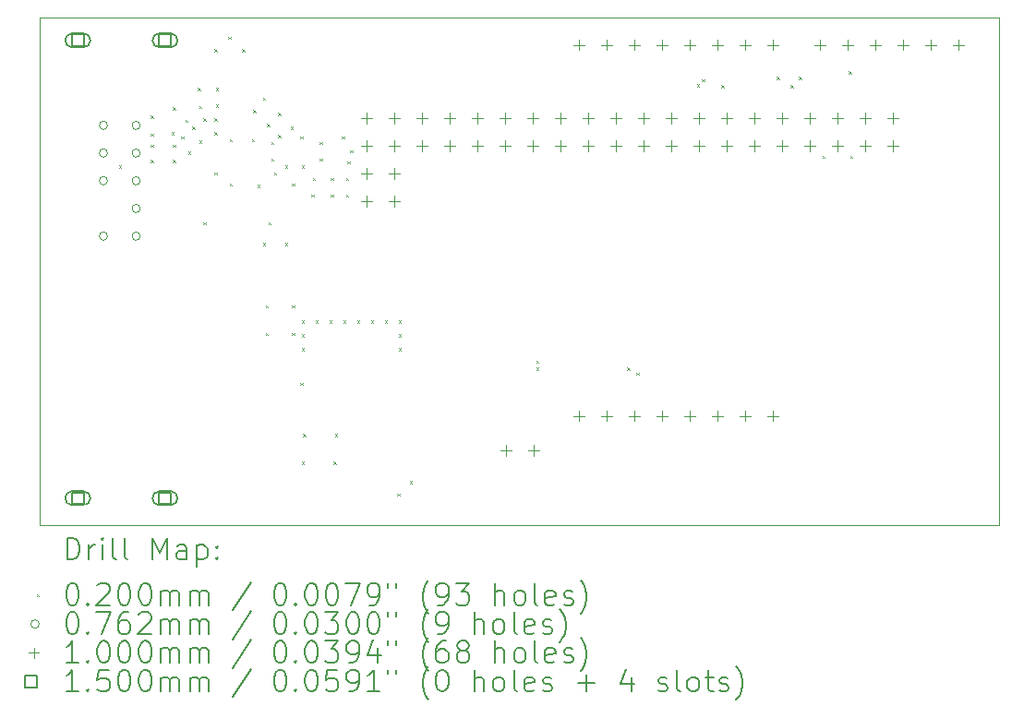
<source format=gbr>
%FSLAX45Y45*%
G04 Gerber Fmt 4.5, Leading zero omitted, Abs format (unit mm)*
G04 Created by KiCad (PCBNEW (6.0.4-0)) date 2022-10-27 23:32:21*
%MOMM*%
%LPD*%
G01*
G04 APERTURE LIST*
%TA.AperFunction,Profile*%
%ADD10C,0.100000*%
%TD*%
%ADD11C,0.200000*%
%ADD12C,0.020000*%
%ADD13C,0.076200*%
%ADD14C,0.100000*%
%ADD15C,0.150000*%
G04 APERTURE END LIST*
D10*
X9993920Y-1270000D02*
X18790920Y-1270000D01*
X18790920Y-1270000D02*
X18790920Y-5929000D01*
X18790920Y-5929000D02*
X9993920Y-5929000D01*
X9993920Y-5929000D02*
X9993920Y-1270000D01*
D11*
D12*
X10721500Y-2631600D02*
X10741500Y-2651600D01*
X10741500Y-2631600D02*
X10721500Y-2651600D01*
X11013600Y-2174400D02*
X11033600Y-2194400D01*
X11033600Y-2174400D02*
X11013600Y-2194400D01*
X11013600Y-2339500D02*
X11033600Y-2359500D01*
X11033600Y-2339500D02*
X11013600Y-2359500D01*
X11013600Y-2441100D02*
X11033600Y-2461100D01*
X11033600Y-2441100D02*
X11013600Y-2461100D01*
X11013600Y-2580800D02*
X11033600Y-2600800D01*
X11033600Y-2580800D02*
X11013600Y-2600800D01*
X11204100Y-2326800D02*
X11224100Y-2346800D01*
X11224100Y-2326800D02*
X11204100Y-2346800D01*
X11216800Y-2098200D02*
X11236800Y-2118200D01*
X11236800Y-2098200D02*
X11216800Y-2118200D01*
X11216800Y-2441100D02*
X11236800Y-2461100D01*
X11236800Y-2441100D02*
X11216800Y-2461100D01*
X11216800Y-2580800D02*
X11236800Y-2600800D01*
X11236800Y-2580800D02*
X11216800Y-2600800D01*
X11293000Y-2364900D02*
X11313000Y-2384900D01*
X11313000Y-2364900D02*
X11293000Y-2384900D01*
X11331100Y-2212500D02*
X11351100Y-2232500D01*
X11351100Y-2212500D02*
X11331100Y-2232500D01*
X11356500Y-2504600D02*
X11376500Y-2524600D01*
X11376500Y-2504600D02*
X11356500Y-2524600D01*
X11394600Y-2276000D02*
X11414600Y-2296000D01*
X11414600Y-2276000D02*
X11394600Y-2296000D01*
X11445400Y-1920400D02*
X11465400Y-1940400D01*
X11465400Y-1920400D02*
X11445400Y-1940400D01*
X11458100Y-2085500D02*
X11478100Y-2105500D01*
X11478100Y-2085500D02*
X11458100Y-2105500D01*
X11458100Y-2403000D02*
X11478100Y-2423000D01*
X11478100Y-2403000D02*
X11458100Y-2423000D01*
X11496200Y-2199800D02*
X11516200Y-2219800D01*
X11516200Y-2199800D02*
X11496200Y-2219800D01*
X11496200Y-3152300D02*
X11516200Y-3172300D01*
X11516200Y-3152300D02*
X11496200Y-3172300D01*
X11597800Y-1564800D02*
X11617800Y-1584800D01*
X11617800Y-1564800D02*
X11597800Y-1584800D01*
X11597800Y-2199800D02*
X11617800Y-2219800D01*
X11617800Y-2199800D02*
X11597800Y-2219800D01*
X11597800Y-2326800D02*
X11617800Y-2346800D01*
X11617800Y-2326800D02*
X11597800Y-2346800D01*
X11597800Y-2695100D02*
X11617800Y-2715100D01*
X11617800Y-2695100D02*
X11597800Y-2715100D01*
X11610500Y-1920400D02*
X11630500Y-1940400D01*
X11630500Y-1920400D02*
X11610500Y-1940400D01*
X11610500Y-2072800D02*
X11630500Y-2092800D01*
X11630500Y-2072800D02*
X11610500Y-2092800D01*
X11724800Y-1450500D02*
X11744800Y-1470500D01*
X11744800Y-1450500D02*
X11724800Y-1470500D01*
X11737500Y-2390300D02*
X11757500Y-2410300D01*
X11757500Y-2390300D02*
X11737500Y-2410300D01*
X11737500Y-2796700D02*
X11757500Y-2816700D01*
X11757500Y-2796700D02*
X11737500Y-2816700D01*
X11851800Y-1564800D02*
X11871800Y-1584800D01*
X11871800Y-1564800D02*
X11851800Y-1584800D01*
X11940700Y-2390300D02*
X11960700Y-2410300D01*
X11960700Y-2390300D02*
X11940700Y-2410300D01*
X11953400Y-2123600D02*
X11973400Y-2143600D01*
X11973400Y-2123600D02*
X11953400Y-2143600D01*
X11991500Y-2809400D02*
X12011500Y-2829400D01*
X12011500Y-2809400D02*
X11991500Y-2829400D01*
X12042300Y-2009300D02*
X12062300Y-2029300D01*
X12062300Y-2009300D02*
X12042300Y-2029300D01*
X12042300Y-3342800D02*
X12062300Y-3362800D01*
X12062300Y-3342800D02*
X12042300Y-3362800D01*
X12067700Y-3914300D02*
X12087700Y-3934300D01*
X12087700Y-3914300D02*
X12067700Y-3934300D01*
X12067700Y-4168300D02*
X12087700Y-4188300D01*
X12087700Y-4168300D02*
X12067700Y-4188300D01*
X12080400Y-2250600D02*
X12100400Y-2270600D01*
X12100400Y-2250600D02*
X12080400Y-2270600D01*
X12093100Y-3152300D02*
X12113100Y-3172300D01*
X12113100Y-3152300D02*
X12093100Y-3172300D01*
X12118500Y-2415700D02*
X12138500Y-2435700D01*
X12138500Y-2415700D02*
X12118500Y-2435700D01*
X12118500Y-2568100D02*
X12138500Y-2588100D01*
X12138500Y-2568100D02*
X12118500Y-2588100D01*
X12143900Y-2695100D02*
X12163900Y-2715100D01*
X12163900Y-2695100D02*
X12143900Y-2715100D01*
X12182000Y-2149000D02*
X12202000Y-2169000D01*
X12202000Y-2149000D02*
X12182000Y-2169000D01*
X12182000Y-2352200D02*
X12202000Y-2372200D01*
X12202000Y-2352200D02*
X12182000Y-2372200D01*
X12245500Y-2631600D02*
X12265500Y-2651600D01*
X12265500Y-2631600D02*
X12245500Y-2651600D01*
X12245500Y-3342800D02*
X12265500Y-3362800D01*
X12265500Y-3342800D02*
X12245500Y-3362800D01*
X12296300Y-2276000D02*
X12316300Y-2296000D01*
X12316300Y-2276000D02*
X12296300Y-2296000D01*
X12309000Y-2796700D02*
X12329000Y-2816700D01*
X12329000Y-2796700D02*
X12309000Y-2816700D01*
X12309000Y-3914300D02*
X12329000Y-3934300D01*
X12329000Y-3914300D02*
X12309000Y-3934300D01*
X12309000Y-4168300D02*
X12329000Y-4188300D01*
X12329000Y-4168300D02*
X12309000Y-4188300D01*
X12385200Y-2364900D02*
X12405200Y-2384900D01*
X12405200Y-2364900D02*
X12385200Y-2384900D01*
X12385200Y-4625500D02*
X12405200Y-4645500D01*
X12405200Y-4625500D02*
X12385200Y-4645500D01*
X12397900Y-2631600D02*
X12417900Y-2651600D01*
X12417900Y-2631600D02*
X12397900Y-2651600D01*
X12397900Y-4054000D02*
X12417900Y-4074000D01*
X12417900Y-4054000D02*
X12397900Y-4074000D01*
X12397900Y-4181000D02*
X12417900Y-4201000D01*
X12417900Y-4181000D02*
X12397900Y-4201000D01*
X12397900Y-4308000D02*
X12417900Y-4328000D01*
X12417900Y-4308000D02*
X12397900Y-4328000D01*
X12397900Y-5349400D02*
X12417900Y-5369400D01*
X12417900Y-5349400D02*
X12397900Y-5369400D01*
X12410600Y-5095400D02*
X12430600Y-5115400D01*
X12430600Y-5095400D02*
X12410600Y-5115400D01*
X12486800Y-2898300D02*
X12506800Y-2918300D01*
X12506800Y-2898300D02*
X12486800Y-2918300D01*
X12499500Y-2745900D02*
X12519500Y-2765900D01*
X12519500Y-2745900D02*
X12499500Y-2765900D01*
X12524900Y-4054000D02*
X12544900Y-4074000D01*
X12544900Y-4054000D02*
X12524900Y-4074000D01*
X12563000Y-2415700D02*
X12583000Y-2435700D01*
X12583000Y-2415700D02*
X12563000Y-2435700D01*
X12563000Y-2568100D02*
X12583000Y-2588100D01*
X12583000Y-2568100D02*
X12563000Y-2588100D01*
X12651900Y-4054000D02*
X12671900Y-4074000D01*
X12671900Y-4054000D02*
X12651900Y-4074000D01*
X12664600Y-2745900D02*
X12684600Y-2765900D01*
X12684600Y-2745900D02*
X12664600Y-2765900D01*
X12664600Y-2898300D02*
X12684600Y-2918300D01*
X12684600Y-2898300D02*
X12664600Y-2918300D01*
X12690000Y-5349400D02*
X12710000Y-5369400D01*
X12710000Y-5349400D02*
X12690000Y-5369400D01*
X12702700Y-5095400D02*
X12722700Y-5115400D01*
X12722700Y-5095400D02*
X12702700Y-5115400D01*
X12766200Y-2364900D02*
X12786200Y-2384900D01*
X12786200Y-2364900D02*
X12766200Y-2384900D01*
X12778900Y-4054000D02*
X12798900Y-4074000D01*
X12798900Y-4054000D02*
X12778900Y-4074000D01*
X12804300Y-2745900D02*
X12824300Y-2765900D01*
X12824300Y-2745900D02*
X12804300Y-2765900D01*
X12804300Y-2898300D02*
X12824300Y-2918300D01*
X12824300Y-2898300D02*
X12804300Y-2918300D01*
X12817000Y-2593500D02*
X12837000Y-2613500D01*
X12837000Y-2593500D02*
X12817000Y-2613500D01*
X12842400Y-2491900D02*
X12862400Y-2511900D01*
X12862400Y-2491900D02*
X12842400Y-2511900D01*
X12905900Y-4054000D02*
X12925900Y-4074000D01*
X12925900Y-4054000D02*
X12905900Y-4074000D01*
X13032900Y-4054000D02*
X13052900Y-4074000D01*
X13052900Y-4054000D02*
X13032900Y-4074000D01*
X13159900Y-4054000D02*
X13179900Y-4074000D01*
X13179900Y-4054000D02*
X13159900Y-4074000D01*
X13274200Y-5641500D02*
X13294200Y-5661500D01*
X13294200Y-5641500D02*
X13274200Y-5661500D01*
X13286900Y-4054000D02*
X13306900Y-4074000D01*
X13306900Y-4054000D02*
X13286900Y-4074000D01*
X13286900Y-4181000D02*
X13306900Y-4201000D01*
X13306900Y-4181000D02*
X13286900Y-4201000D01*
X13286900Y-4308000D02*
X13306900Y-4328000D01*
X13306900Y-4308000D02*
X13286900Y-4328000D01*
X13388500Y-5527200D02*
X13408500Y-5547200D01*
X13408500Y-5527200D02*
X13388500Y-5547200D01*
X14546257Y-4421224D02*
X14566257Y-4441224D01*
X14566257Y-4421224D02*
X14546257Y-4441224D01*
X14546257Y-4486224D02*
X14566257Y-4506224D01*
X14566257Y-4486224D02*
X14546257Y-4506224D01*
X15382400Y-4486224D02*
X15402400Y-4506224D01*
X15402400Y-4486224D02*
X15382400Y-4506224D01*
X15466216Y-4531110D02*
X15486216Y-4551110D01*
X15486216Y-4531110D02*
X15466216Y-4551110D01*
X16019819Y-1885482D02*
X16039819Y-1905482D01*
X16039819Y-1885482D02*
X16019819Y-1905482D01*
X16065781Y-1839520D02*
X16085781Y-1859520D01*
X16085781Y-1839520D02*
X16065781Y-1859520D01*
X16246000Y-1895000D02*
X16266000Y-1915000D01*
X16266000Y-1895000D02*
X16246000Y-1915000D01*
X16754000Y-1818800D02*
X16774000Y-1838800D01*
X16774000Y-1818800D02*
X16754000Y-1838800D01*
X16881000Y-1895000D02*
X16901000Y-1915000D01*
X16901000Y-1895000D02*
X16881000Y-1915000D01*
X16957200Y-1818800D02*
X16977200Y-1838800D01*
X16977200Y-1818800D02*
X16957200Y-1838800D01*
X17173100Y-2542700D02*
X17193100Y-2562700D01*
X17193100Y-2542700D02*
X17173100Y-2562700D01*
X17414400Y-1768000D02*
X17434400Y-1788000D01*
X17434400Y-1768000D02*
X17414400Y-1788000D01*
X17427100Y-2542700D02*
X17447100Y-2562700D01*
X17447100Y-2542700D02*
X17427100Y-2562700D01*
D13*
X10616100Y-2263000D02*
G75*
G03*
X10616100Y-2263000I-38100J0D01*
G01*
X10616100Y-2517000D02*
G75*
G03*
X10616100Y-2517000I-38100J0D01*
G01*
X10616100Y-2771000D02*
G75*
G03*
X10616100Y-2771000I-38100J0D01*
G01*
X10616100Y-3279000D02*
G75*
G03*
X10616100Y-3279000I-38100J0D01*
G01*
X10916100Y-2263000D02*
G75*
G03*
X10916100Y-2263000I-38100J0D01*
G01*
X10916100Y-2517000D02*
G75*
G03*
X10916100Y-2517000I-38100J0D01*
G01*
X10916100Y-2771000D02*
G75*
G03*
X10916100Y-2771000I-38100J0D01*
G01*
X10916100Y-3025000D02*
G75*
G03*
X10916100Y-3025000I-38100J0D01*
G01*
X10916100Y-3279000D02*
G75*
G03*
X10916100Y-3279000I-38100J0D01*
G01*
D14*
X12990100Y-2149100D02*
X12990100Y-2249100D01*
X12940100Y-2199100D02*
X13040100Y-2199100D01*
X12990100Y-2403100D02*
X12990100Y-2503100D01*
X12940100Y-2453100D02*
X13040100Y-2453100D01*
X12990100Y-2657100D02*
X12990100Y-2757100D01*
X12940100Y-2707100D02*
X13040100Y-2707100D01*
X12990100Y-2911100D02*
X12990100Y-3011100D01*
X12940100Y-2961100D02*
X13040100Y-2961100D01*
X13244100Y-2149100D02*
X13244100Y-2249100D01*
X13194100Y-2199100D02*
X13294100Y-2199100D01*
X13244100Y-2403100D02*
X13244100Y-2503100D01*
X13194100Y-2453100D02*
X13294100Y-2453100D01*
X13244100Y-2657100D02*
X13244100Y-2757100D01*
X13194100Y-2707100D02*
X13294100Y-2707100D01*
X13244100Y-2911100D02*
X13244100Y-3011100D01*
X13194100Y-2961100D02*
X13294100Y-2961100D01*
X13498100Y-2149100D02*
X13498100Y-2249100D01*
X13448100Y-2199100D02*
X13548100Y-2199100D01*
X13498100Y-2403100D02*
X13498100Y-2503100D01*
X13448100Y-2453100D02*
X13548100Y-2453100D01*
X13752100Y-2149100D02*
X13752100Y-2249100D01*
X13702100Y-2199100D02*
X13802100Y-2199100D01*
X13752100Y-2403100D02*
X13752100Y-2503100D01*
X13702100Y-2453100D02*
X13802100Y-2453100D01*
X14006100Y-2149100D02*
X14006100Y-2249100D01*
X13956100Y-2199100D02*
X14056100Y-2199100D01*
X14006100Y-2403100D02*
X14006100Y-2503100D01*
X13956100Y-2453100D02*
X14056100Y-2453100D01*
X14260100Y-2149100D02*
X14260100Y-2249100D01*
X14210100Y-2199100D02*
X14310100Y-2199100D01*
X14260100Y-2403100D02*
X14260100Y-2503100D01*
X14210100Y-2453100D02*
X14310100Y-2453100D01*
X14266100Y-5195100D02*
X14266100Y-5295100D01*
X14216100Y-5245100D02*
X14316100Y-5245100D01*
X14514100Y-2149100D02*
X14514100Y-2249100D01*
X14464100Y-2199100D02*
X14564100Y-2199100D01*
X14514100Y-2403100D02*
X14514100Y-2503100D01*
X14464100Y-2453100D02*
X14564100Y-2453100D01*
X14520100Y-5195100D02*
X14520100Y-5295100D01*
X14470100Y-5245100D02*
X14570100Y-5245100D01*
X14768100Y-2149100D02*
X14768100Y-2249100D01*
X14718100Y-2199100D02*
X14818100Y-2199100D01*
X14768100Y-2403100D02*
X14768100Y-2503100D01*
X14718100Y-2453100D02*
X14818100Y-2453100D01*
X14935200Y-1474000D02*
X14935200Y-1574000D01*
X14885200Y-1524000D02*
X14985200Y-1524000D01*
X14935200Y-4877600D02*
X14935200Y-4977600D01*
X14885200Y-4927600D02*
X14985200Y-4927600D01*
X15022100Y-2149100D02*
X15022100Y-2249100D01*
X14972100Y-2199100D02*
X15072100Y-2199100D01*
X15022100Y-2403100D02*
X15022100Y-2503100D01*
X14972100Y-2453100D02*
X15072100Y-2453100D01*
X15189200Y-1474000D02*
X15189200Y-1574000D01*
X15139200Y-1524000D02*
X15239200Y-1524000D01*
X15189200Y-4877600D02*
X15189200Y-4977600D01*
X15139200Y-4927600D02*
X15239200Y-4927600D01*
X15276100Y-2149100D02*
X15276100Y-2249100D01*
X15226100Y-2199100D02*
X15326100Y-2199100D01*
X15276100Y-2403100D02*
X15276100Y-2503100D01*
X15226100Y-2453100D02*
X15326100Y-2453100D01*
X15443200Y-1474000D02*
X15443200Y-1574000D01*
X15393200Y-1524000D02*
X15493200Y-1524000D01*
X15443200Y-4877600D02*
X15443200Y-4977600D01*
X15393200Y-4927600D02*
X15493200Y-4927600D01*
X15530100Y-2149100D02*
X15530100Y-2249100D01*
X15480100Y-2199100D02*
X15580100Y-2199100D01*
X15530100Y-2403100D02*
X15530100Y-2503100D01*
X15480100Y-2453100D02*
X15580100Y-2453100D01*
X15697200Y-1474000D02*
X15697200Y-1574000D01*
X15647200Y-1524000D02*
X15747200Y-1524000D01*
X15697200Y-4877600D02*
X15697200Y-4977600D01*
X15647200Y-4927600D02*
X15747200Y-4927600D01*
X15784100Y-2149100D02*
X15784100Y-2249100D01*
X15734100Y-2199100D02*
X15834100Y-2199100D01*
X15784100Y-2403100D02*
X15784100Y-2503100D01*
X15734100Y-2453100D02*
X15834100Y-2453100D01*
X15951200Y-1474000D02*
X15951200Y-1574000D01*
X15901200Y-1524000D02*
X16001200Y-1524000D01*
X15951200Y-4877600D02*
X15951200Y-4977600D01*
X15901200Y-4927600D02*
X16001200Y-4927600D01*
X16038100Y-2149100D02*
X16038100Y-2249100D01*
X15988100Y-2199100D02*
X16088100Y-2199100D01*
X16038100Y-2403100D02*
X16038100Y-2503100D01*
X15988100Y-2453100D02*
X16088100Y-2453100D01*
X16205200Y-1474000D02*
X16205200Y-1574000D01*
X16155200Y-1524000D02*
X16255200Y-1524000D01*
X16205200Y-4877600D02*
X16205200Y-4977600D01*
X16155200Y-4927600D02*
X16255200Y-4927600D01*
X16292100Y-2149100D02*
X16292100Y-2249100D01*
X16242100Y-2199100D02*
X16342100Y-2199100D01*
X16292100Y-2403100D02*
X16292100Y-2503100D01*
X16242100Y-2453100D02*
X16342100Y-2453100D01*
X16459200Y-1474000D02*
X16459200Y-1574000D01*
X16409200Y-1524000D02*
X16509200Y-1524000D01*
X16459200Y-4877600D02*
X16459200Y-4977600D01*
X16409200Y-4927600D02*
X16509200Y-4927600D01*
X16546100Y-2149100D02*
X16546100Y-2249100D01*
X16496100Y-2199100D02*
X16596100Y-2199100D01*
X16546100Y-2403100D02*
X16546100Y-2503100D01*
X16496100Y-2453100D02*
X16596100Y-2453100D01*
X16713200Y-1474000D02*
X16713200Y-1574000D01*
X16663200Y-1524000D02*
X16763200Y-1524000D01*
X16713200Y-4877600D02*
X16713200Y-4977600D01*
X16663200Y-4927600D02*
X16763200Y-4927600D01*
X16800100Y-2149100D02*
X16800100Y-2249100D01*
X16750100Y-2199100D02*
X16850100Y-2199100D01*
X16800100Y-2403100D02*
X16800100Y-2503100D01*
X16750100Y-2453100D02*
X16850100Y-2453100D01*
X17054100Y-2149100D02*
X17054100Y-2249100D01*
X17004100Y-2199100D02*
X17104100Y-2199100D01*
X17054100Y-2403100D02*
X17054100Y-2503100D01*
X17004100Y-2453100D02*
X17104100Y-2453100D01*
X17145000Y-1474000D02*
X17145000Y-1574000D01*
X17095000Y-1524000D02*
X17195000Y-1524000D01*
X17308100Y-2149100D02*
X17308100Y-2249100D01*
X17258100Y-2199100D02*
X17358100Y-2199100D01*
X17308100Y-2403100D02*
X17308100Y-2503100D01*
X17258100Y-2453100D02*
X17358100Y-2453100D01*
X17399000Y-1474000D02*
X17399000Y-1574000D01*
X17349000Y-1524000D02*
X17449000Y-1524000D01*
X17562100Y-2149100D02*
X17562100Y-2249100D01*
X17512100Y-2199100D02*
X17612100Y-2199100D01*
X17562100Y-2403100D02*
X17562100Y-2503100D01*
X17512100Y-2453100D02*
X17612100Y-2453100D01*
X17653000Y-1474000D02*
X17653000Y-1574000D01*
X17603000Y-1524000D02*
X17703000Y-1524000D01*
X17816100Y-2149100D02*
X17816100Y-2249100D01*
X17766100Y-2199100D02*
X17866100Y-2199100D01*
X17816100Y-2403100D02*
X17816100Y-2503100D01*
X17766100Y-2453100D02*
X17866100Y-2453100D01*
X17907000Y-1474000D02*
X17907000Y-1574000D01*
X17857000Y-1524000D02*
X17957000Y-1524000D01*
X18161000Y-1474000D02*
X18161000Y-1574000D01*
X18111000Y-1524000D02*
X18211000Y-1524000D01*
X18415000Y-1474000D02*
X18415000Y-1574000D01*
X18365000Y-1524000D02*
X18465000Y-1524000D01*
D15*
X10396034Y-1536033D02*
X10396034Y-1429966D01*
X10289967Y-1429966D01*
X10289967Y-1536033D01*
X10396034Y-1536033D01*
D11*
X10293000Y-1548000D02*
X10393000Y-1548000D01*
X10293000Y-1418000D02*
X10393000Y-1418000D01*
X10393000Y-1548000D02*
G75*
G03*
X10393000Y-1418000I0J65000D01*
G01*
X10293000Y-1418000D02*
G75*
G03*
X10293000Y-1548000I0J-65000D01*
G01*
D15*
X10396034Y-5736033D02*
X10396034Y-5629966D01*
X10289967Y-5629966D01*
X10289967Y-5736033D01*
X10396034Y-5736033D01*
D11*
X10293000Y-5748000D02*
X10393000Y-5748000D01*
X10293000Y-5618000D02*
X10393000Y-5618000D01*
X10393000Y-5748000D02*
G75*
G03*
X10393000Y-5618000I0J65000D01*
G01*
X10293000Y-5618000D02*
G75*
G03*
X10293000Y-5748000I0J-65000D01*
G01*
D15*
X11196033Y-1536033D02*
X11196033Y-1429966D01*
X11089967Y-1429966D01*
X11089967Y-1536033D01*
X11196033Y-1536033D01*
D11*
X11093000Y-1548000D02*
X11193000Y-1548000D01*
X11093000Y-1418000D02*
X11193000Y-1418000D01*
X11193000Y-1548000D02*
G75*
G03*
X11193000Y-1418000I0J65000D01*
G01*
X11093000Y-1418000D02*
G75*
G03*
X11093000Y-1548000I0J-65000D01*
G01*
D15*
X11196033Y-5736033D02*
X11196033Y-5629966D01*
X11089967Y-5629966D01*
X11089967Y-5736033D01*
X11196033Y-5736033D01*
D11*
X11093000Y-5748000D02*
X11193000Y-5748000D01*
X11093000Y-5618000D02*
X11193000Y-5618000D01*
X11193000Y-5748000D02*
G75*
G03*
X11193000Y-5618000I0J65000D01*
G01*
X11093000Y-5618000D02*
G75*
G03*
X11093000Y-5748000I0J-65000D01*
G01*
X10246539Y-6244476D02*
X10246539Y-6044476D01*
X10294158Y-6044476D01*
X10322730Y-6054000D01*
X10341777Y-6073048D01*
X10351301Y-6092095D01*
X10360825Y-6130190D01*
X10360825Y-6158762D01*
X10351301Y-6196857D01*
X10341777Y-6215905D01*
X10322730Y-6234952D01*
X10294158Y-6244476D01*
X10246539Y-6244476D01*
X10446539Y-6244476D02*
X10446539Y-6111143D01*
X10446539Y-6149238D02*
X10456063Y-6130190D01*
X10465587Y-6120667D01*
X10484634Y-6111143D01*
X10503682Y-6111143D01*
X10570349Y-6244476D02*
X10570349Y-6111143D01*
X10570349Y-6044476D02*
X10560825Y-6054000D01*
X10570349Y-6063524D01*
X10579872Y-6054000D01*
X10570349Y-6044476D01*
X10570349Y-6063524D01*
X10694158Y-6244476D02*
X10675110Y-6234952D01*
X10665587Y-6215905D01*
X10665587Y-6044476D01*
X10798920Y-6244476D02*
X10779872Y-6234952D01*
X10770349Y-6215905D01*
X10770349Y-6044476D01*
X11027491Y-6244476D02*
X11027491Y-6044476D01*
X11094158Y-6187333D01*
X11160825Y-6044476D01*
X11160825Y-6244476D01*
X11341777Y-6244476D02*
X11341777Y-6139714D01*
X11332253Y-6120667D01*
X11313206Y-6111143D01*
X11275110Y-6111143D01*
X11256063Y-6120667D01*
X11341777Y-6234952D02*
X11322729Y-6244476D01*
X11275110Y-6244476D01*
X11256063Y-6234952D01*
X11246539Y-6215905D01*
X11246539Y-6196857D01*
X11256063Y-6177809D01*
X11275110Y-6168286D01*
X11322729Y-6168286D01*
X11341777Y-6158762D01*
X11437015Y-6111143D02*
X11437015Y-6311143D01*
X11437015Y-6120667D02*
X11456063Y-6111143D01*
X11494158Y-6111143D01*
X11513206Y-6120667D01*
X11522729Y-6130190D01*
X11532253Y-6149238D01*
X11532253Y-6206381D01*
X11522729Y-6225428D01*
X11513206Y-6234952D01*
X11494158Y-6244476D01*
X11456063Y-6244476D01*
X11437015Y-6234952D01*
X11617968Y-6225428D02*
X11627491Y-6234952D01*
X11617968Y-6244476D01*
X11608444Y-6234952D01*
X11617968Y-6225428D01*
X11617968Y-6244476D01*
X11617968Y-6120667D02*
X11627491Y-6130190D01*
X11617968Y-6139714D01*
X11608444Y-6130190D01*
X11617968Y-6120667D01*
X11617968Y-6139714D01*
D12*
X9968920Y-6564000D02*
X9988920Y-6584000D01*
X9988920Y-6564000D02*
X9968920Y-6584000D01*
D11*
X10284634Y-6464476D02*
X10303682Y-6464476D01*
X10322730Y-6474000D01*
X10332253Y-6483524D01*
X10341777Y-6502571D01*
X10351301Y-6540667D01*
X10351301Y-6588286D01*
X10341777Y-6626381D01*
X10332253Y-6645428D01*
X10322730Y-6654952D01*
X10303682Y-6664476D01*
X10284634Y-6664476D01*
X10265587Y-6654952D01*
X10256063Y-6645428D01*
X10246539Y-6626381D01*
X10237015Y-6588286D01*
X10237015Y-6540667D01*
X10246539Y-6502571D01*
X10256063Y-6483524D01*
X10265587Y-6474000D01*
X10284634Y-6464476D01*
X10437015Y-6645428D02*
X10446539Y-6654952D01*
X10437015Y-6664476D01*
X10427491Y-6654952D01*
X10437015Y-6645428D01*
X10437015Y-6664476D01*
X10522730Y-6483524D02*
X10532253Y-6474000D01*
X10551301Y-6464476D01*
X10598920Y-6464476D01*
X10617968Y-6474000D01*
X10627491Y-6483524D01*
X10637015Y-6502571D01*
X10637015Y-6521619D01*
X10627491Y-6550190D01*
X10513206Y-6664476D01*
X10637015Y-6664476D01*
X10760825Y-6464476D02*
X10779872Y-6464476D01*
X10798920Y-6474000D01*
X10808444Y-6483524D01*
X10817968Y-6502571D01*
X10827491Y-6540667D01*
X10827491Y-6588286D01*
X10817968Y-6626381D01*
X10808444Y-6645428D01*
X10798920Y-6654952D01*
X10779872Y-6664476D01*
X10760825Y-6664476D01*
X10741777Y-6654952D01*
X10732253Y-6645428D01*
X10722730Y-6626381D01*
X10713206Y-6588286D01*
X10713206Y-6540667D01*
X10722730Y-6502571D01*
X10732253Y-6483524D01*
X10741777Y-6474000D01*
X10760825Y-6464476D01*
X10951301Y-6464476D02*
X10970349Y-6464476D01*
X10989396Y-6474000D01*
X10998920Y-6483524D01*
X11008444Y-6502571D01*
X11017968Y-6540667D01*
X11017968Y-6588286D01*
X11008444Y-6626381D01*
X10998920Y-6645428D01*
X10989396Y-6654952D01*
X10970349Y-6664476D01*
X10951301Y-6664476D01*
X10932253Y-6654952D01*
X10922730Y-6645428D01*
X10913206Y-6626381D01*
X10903682Y-6588286D01*
X10903682Y-6540667D01*
X10913206Y-6502571D01*
X10922730Y-6483524D01*
X10932253Y-6474000D01*
X10951301Y-6464476D01*
X11103682Y-6664476D02*
X11103682Y-6531143D01*
X11103682Y-6550190D02*
X11113206Y-6540667D01*
X11132253Y-6531143D01*
X11160825Y-6531143D01*
X11179872Y-6540667D01*
X11189396Y-6559714D01*
X11189396Y-6664476D01*
X11189396Y-6559714D02*
X11198920Y-6540667D01*
X11217968Y-6531143D01*
X11246539Y-6531143D01*
X11265587Y-6540667D01*
X11275110Y-6559714D01*
X11275110Y-6664476D01*
X11370348Y-6664476D02*
X11370348Y-6531143D01*
X11370348Y-6550190D02*
X11379872Y-6540667D01*
X11398920Y-6531143D01*
X11427491Y-6531143D01*
X11446539Y-6540667D01*
X11456063Y-6559714D01*
X11456063Y-6664476D01*
X11456063Y-6559714D02*
X11465587Y-6540667D01*
X11484634Y-6531143D01*
X11513206Y-6531143D01*
X11532253Y-6540667D01*
X11541777Y-6559714D01*
X11541777Y-6664476D01*
X11932253Y-6454952D02*
X11760825Y-6712095D01*
X12189396Y-6464476D02*
X12208444Y-6464476D01*
X12227491Y-6474000D01*
X12237015Y-6483524D01*
X12246539Y-6502571D01*
X12256063Y-6540667D01*
X12256063Y-6588286D01*
X12246539Y-6626381D01*
X12237015Y-6645428D01*
X12227491Y-6654952D01*
X12208444Y-6664476D01*
X12189396Y-6664476D01*
X12170348Y-6654952D01*
X12160825Y-6645428D01*
X12151301Y-6626381D01*
X12141777Y-6588286D01*
X12141777Y-6540667D01*
X12151301Y-6502571D01*
X12160825Y-6483524D01*
X12170348Y-6474000D01*
X12189396Y-6464476D01*
X12341777Y-6645428D02*
X12351301Y-6654952D01*
X12341777Y-6664476D01*
X12332253Y-6654952D01*
X12341777Y-6645428D01*
X12341777Y-6664476D01*
X12475110Y-6464476D02*
X12494158Y-6464476D01*
X12513206Y-6474000D01*
X12522729Y-6483524D01*
X12532253Y-6502571D01*
X12541777Y-6540667D01*
X12541777Y-6588286D01*
X12532253Y-6626381D01*
X12522729Y-6645428D01*
X12513206Y-6654952D01*
X12494158Y-6664476D01*
X12475110Y-6664476D01*
X12456063Y-6654952D01*
X12446539Y-6645428D01*
X12437015Y-6626381D01*
X12427491Y-6588286D01*
X12427491Y-6540667D01*
X12437015Y-6502571D01*
X12446539Y-6483524D01*
X12456063Y-6474000D01*
X12475110Y-6464476D01*
X12665587Y-6464476D02*
X12684634Y-6464476D01*
X12703682Y-6474000D01*
X12713206Y-6483524D01*
X12722729Y-6502571D01*
X12732253Y-6540667D01*
X12732253Y-6588286D01*
X12722729Y-6626381D01*
X12713206Y-6645428D01*
X12703682Y-6654952D01*
X12684634Y-6664476D01*
X12665587Y-6664476D01*
X12646539Y-6654952D01*
X12637015Y-6645428D01*
X12627491Y-6626381D01*
X12617968Y-6588286D01*
X12617968Y-6540667D01*
X12627491Y-6502571D01*
X12637015Y-6483524D01*
X12646539Y-6474000D01*
X12665587Y-6464476D01*
X12798920Y-6464476D02*
X12932253Y-6464476D01*
X12846539Y-6664476D01*
X13017968Y-6664476D02*
X13056063Y-6664476D01*
X13075110Y-6654952D01*
X13084634Y-6645428D01*
X13103682Y-6616857D01*
X13113206Y-6578762D01*
X13113206Y-6502571D01*
X13103682Y-6483524D01*
X13094158Y-6474000D01*
X13075110Y-6464476D01*
X13037015Y-6464476D01*
X13017968Y-6474000D01*
X13008444Y-6483524D01*
X12998920Y-6502571D01*
X12998920Y-6550190D01*
X13008444Y-6569238D01*
X13017968Y-6578762D01*
X13037015Y-6588286D01*
X13075110Y-6588286D01*
X13094158Y-6578762D01*
X13103682Y-6569238D01*
X13113206Y-6550190D01*
X13189396Y-6464476D02*
X13189396Y-6502571D01*
X13265587Y-6464476D02*
X13265587Y-6502571D01*
X13560825Y-6740667D02*
X13551301Y-6731143D01*
X13532253Y-6702571D01*
X13522729Y-6683524D01*
X13513206Y-6654952D01*
X13503682Y-6607333D01*
X13503682Y-6569238D01*
X13513206Y-6521619D01*
X13522729Y-6493048D01*
X13532253Y-6474000D01*
X13551301Y-6445428D01*
X13560825Y-6435905D01*
X13646539Y-6664476D02*
X13684634Y-6664476D01*
X13703682Y-6654952D01*
X13713206Y-6645428D01*
X13732253Y-6616857D01*
X13741777Y-6578762D01*
X13741777Y-6502571D01*
X13732253Y-6483524D01*
X13722729Y-6474000D01*
X13703682Y-6464476D01*
X13665587Y-6464476D01*
X13646539Y-6474000D01*
X13637015Y-6483524D01*
X13627491Y-6502571D01*
X13627491Y-6550190D01*
X13637015Y-6569238D01*
X13646539Y-6578762D01*
X13665587Y-6588286D01*
X13703682Y-6588286D01*
X13722729Y-6578762D01*
X13732253Y-6569238D01*
X13741777Y-6550190D01*
X13808444Y-6464476D02*
X13932253Y-6464476D01*
X13865587Y-6540667D01*
X13894158Y-6540667D01*
X13913206Y-6550190D01*
X13922729Y-6559714D01*
X13932253Y-6578762D01*
X13932253Y-6626381D01*
X13922729Y-6645428D01*
X13913206Y-6654952D01*
X13894158Y-6664476D01*
X13837015Y-6664476D01*
X13817968Y-6654952D01*
X13808444Y-6645428D01*
X14170348Y-6664476D02*
X14170348Y-6464476D01*
X14256063Y-6664476D02*
X14256063Y-6559714D01*
X14246539Y-6540667D01*
X14227491Y-6531143D01*
X14198920Y-6531143D01*
X14179872Y-6540667D01*
X14170348Y-6550190D01*
X14379872Y-6664476D02*
X14360825Y-6654952D01*
X14351301Y-6645428D01*
X14341777Y-6626381D01*
X14341777Y-6569238D01*
X14351301Y-6550190D01*
X14360825Y-6540667D01*
X14379872Y-6531143D01*
X14408444Y-6531143D01*
X14427491Y-6540667D01*
X14437015Y-6550190D01*
X14446539Y-6569238D01*
X14446539Y-6626381D01*
X14437015Y-6645428D01*
X14427491Y-6654952D01*
X14408444Y-6664476D01*
X14379872Y-6664476D01*
X14560825Y-6664476D02*
X14541777Y-6654952D01*
X14532253Y-6635905D01*
X14532253Y-6464476D01*
X14713206Y-6654952D02*
X14694158Y-6664476D01*
X14656063Y-6664476D01*
X14637015Y-6654952D01*
X14627491Y-6635905D01*
X14627491Y-6559714D01*
X14637015Y-6540667D01*
X14656063Y-6531143D01*
X14694158Y-6531143D01*
X14713206Y-6540667D01*
X14722729Y-6559714D01*
X14722729Y-6578762D01*
X14627491Y-6597809D01*
X14798920Y-6654952D02*
X14817968Y-6664476D01*
X14856063Y-6664476D01*
X14875110Y-6654952D01*
X14884634Y-6635905D01*
X14884634Y-6626381D01*
X14875110Y-6607333D01*
X14856063Y-6597809D01*
X14827491Y-6597809D01*
X14808444Y-6588286D01*
X14798920Y-6569238D01*
X14798920Y-6559714D01*
X14808444Y-6540667D01*
X14827491Y-6531143D01*
X14856063Y-6531143D01*
X14875110Y-6540667D01*
X14951301Y-6740667D02*
X14960825Y-6731143D01*
X14979872Y-6702571D01*
X14989396Y-6683524D01*
X14998920Y-6654952D01*
X15008444Y-6607333D01*
X15008444Y-6569238D01*
X14998920Y-6521619D01*
X14989396Y-6493048D01*
X14979872Y-6474000D01*
X14960825Y-6445428D01*
X14951301Y-6435905D01*
D13*
X9988920Y-6838000D02*
G75*
G03*
X9988920Y-6838000I-38100J0D01*
G01*
D11*
X10284634Y-6728476D02*
X10303682Y-6728476D01*
X10322730Y-6738000D01*
X10332253Y-6747524D01*
X10341777Y-6766571D01*
X10351301Y-6804667D01*
X10351301Y-6852286D01*
X10341777Y-6890381D01*
X10332253Y-6909428D01*
X10322730Y-6918952D01*
X10303682Y-6928476D01*
X10284634Y-6928476D01*
X10265587Y-6918952D01*
X10256063Y-6909428D01*
X10246539Y-6890381D01*
X10237015Y-6852286D01*
X10237015Y-6804667D01*
X10246539Y-6766571D01*
X10256063Y-6747524D01*
X10265587Y-6738000D01*
X10284634Y-6728476D01*
X10437015Y-6909428D02*
X10446539Y-6918952D01*
X10437015Y-6928476D01*
X10427491Y-6918952D01*
X10437015Y-6909428D01*
X10437015Y-6928476D01*
X10513206Y-6728476D02*
X10646539Y-6728476D01*
X10560825Y-6928476D01*
X10808444Y-6728476D02*
X10770349Y-6728476D01*
X10751301Y-6738000D01*
X10741777Y-6747524D01*
X10722730Y-6776095D01*
X10713206Y-6814190D01*
X10713206Y-6890381D01*
X10722730Y-6909428D01*
X10732253Y-6918952D01*
X10751301Y-6928476D01*
X10789396Y-6928476D01*
X10808444Y-6918952D01*
X10817968Y-6909428D01*
X10827491Y-6890381D01*
X10827491Y-6842762D01*
X10817968Y-6823714D01*
X10808444Y-6814190D01*
X10789396Y-6804667D01*
X10751301Y-6804667D01*
X10732253Y-6814190D01*
X10722730Y-6823714D01*
X10713206Y-6842762D01*
X10903682Y-6747524D02*
X10913206Y-6738000D01*
X10932253Y-6728476D01*
X10979872Y-6728476D01*
X10998920Y-6738000D01*
X11008444Y-6747524D01*
X11017968Y-6766571D01*
X11017968Y-6785619D01*
X11008444Y-6814190D01*
X10894158Y-6928476D01*
X11017968Y-6928476D01*
X11103682Y-6928476D02*
X11103682Y-6795143D01*
X11103682Y-6814190D02*
X11113206Y-6804667D01*
X11132253Y-6795143D01*
X11160825Y-6795143D01*
X11179872Y-6804667D01*
X11189396Y-6823714D01*
X11189396Y-6928476D01*
X11189396Y-6823714D02*
X11198920Y-6804667D01*
X11217968Y-6795143D01*
X11246539Y-6795143D01*
X11265587Y-6804667D01*
X11275110Y-6823714D01*
X11275110Y-6928476D01*
X11370348Y-6928476D02*
X11370348Y-6795143D01*
X11370348Y-6814190D02*
X11379872Y-6804667D01*
X11398920Y-6795143D01*
X11427491Y-6795143D01*
X11446539Y-6804667D01*
X11456063Y-6823714D01*
X11456063Y-6928476D01*
X11456063Y-6823714D02*
X11465587Y-6804667D01*
X11484634Y-6795143D01*
X11513206Y-6795143D01*
X11532253Y-6804667D01*
X11541777Y-6823714D01*
X11541777Y-6928476D01*
X11932253Y-6718952D02*
X11760825Y-6976095D01*
X12189396Y-6728476D02*
X12208444Y-6728476D01*
X12227491Y-6738000D01*
X12237015Y-6747524D01*
X12246539Y-6766571D01*
X12256063Y-6804667D01*
X12256063Y-6852286D01*
X12246539Y-6890381D01*
X12237015Y-6909428D01*
X12227491Y-6918952D01*
X12208444Y-6928476D01*
X12189396Y-6928476D01*
X12170348Y-6918952D01*
X12160825Y-6909428D01*
X12151301Y-6890381D01*
X12141777Y-6852286D01*
X12141777Y-6804667D01*
X12151301Y-6766571D01*
X12160825Y-6747524D01*
X12170348Y-6738000D01*
X12189396Y-6728476D01*
X12341777Y-6909428D02*
X12351301Y-6918952D01*
X12341777Y-6928476D01*
X12332253Y-6918952D01*
X12341777Y-6909428D01*
X12341777Y-6928476D01*
X12475110Y-6728476D02*
X12494158Y-6728476D01*
X12513206Y-6738000D01*
X12522729Y-6747524D01*
X12532253Y-6766571D01*
X12541777Y-6804667D01*
X12541777Y-6852286D01*
X12532253Y-6890381D01*
X12522729Y-6909428D01*
X12513206Y-6918952D01*
X12494158Y-6928476D01*
X12475110Y-6928476D01*
X12456063Y-6918952D01*
X12446539Y-6909428D01*
X12437015Y-6890381D01*
X12427491Y-6852286D01*
X12427491Y-6804667D01*
X12437015Y-6766571D01*
X12446539Y-6747524D01*
X12456063Y-6738000D01*
X12475110Y-6728476D01*
X12608444Y-6728476D02*
X12732253Y-6728476D01*
X12665587Y-6804667D01*
X12694158Y-6804667D01*
X12713206Y-6814190D01*
X12722729Y-6823714D01*
X12732253Y-6842762D01*
X12732253Y-6890381D01*
X12722729Y-6909428D01*
X12713206Y-6918952D01*
X12694158Y-6928476D01*
X12637015Y-6928476D01*
X12617968Y-6918952D01*
X12608444Y-6909428D01*
X12856063Y-6728476D02*
X12875110Y-6728476D01*
X12894158Y-6738000D01*
X12903682Y-6747524D01*
X12913206Y-6766571D01*
X12922729Y-6804667D01*
X12922729Y-6852286D01*
X12913206Y-6890381D01*
X12903682Y-6909428D01*
X12894158Y-6918952D01*
X12875110Y-6928476D01*
X12856063Y-6928476D01*
X12837015Y-6918952D01*
X12827491Y-6909428D01*
X12817968Y-6890381D01*
X12808444Y-6852286D01*
X12808444Y-6804667D01*
X12817968Y-6766571D01*
X12827491Y-6747524D01*
X12837015Y-6738000D01*
X12856063Y-6728476D01*
X13046539Y-6728476D02*
X13065587Y-6728476D01*
X13084634Y-6738000D01*
X13094158Y-6747524D01*
X13103682Y-6766571D01*
X13113206Y-6804667D01*
X13113206Y-6852286D01*
X13103682Y-6890381D01*
X13094158Y-6909428D01*
X13084634Y-6918952D01*
X13065587Y-6928476D01*
X13046539Y-6928476D01*
X13027491Y-6918952D01*
X13017968Y-6909428D01*
X13008444Y-6890381D01*
X12998920Y-6852286D01*
X12998920Y-6804667D01*
X13008444Y-6766571D01*
X13017968Y-6747524D01*
X13027491Y-6738000D01*
X13046539Y-6728476D01*
X13189396Y-6728476D02*
X13189396Y-6766571D01*
X13265587Y-6728476D02*
X13265587Y-6766571D01*
X13560825Y-7004667D02*
X13551301Y-6995143D01*
X13532253Y-6966571D01*
X13522729Y-6947524D01*
X13513206Y-6918952D01*
X13503682Y-6871333D01*
X13503682Y-6833238D01*
X13513206Y-6785619D01*
X13522729Y-6757048D01*
X13532253Y-6738000D01*
X13551301Y-6709428D01*
X13560825Y-6699905D01*
X13646539Y-6928476D02*
X13684634Y-6928476D01*
X13703682Y-6918952D01*
X13713206Y-6909428D01*
X13732253Y-6880857D01*
X13741777Y-6842762D01*
X13741777Y-6766571D01*
X13732253Y-6747524D01*
X13722729Y-6738000D01*
X13703682Y-6728476D01*
X13665587Y-6728476D01*
X13646539Y-6738000D01*
X13637015Y-6747524D01*
X13627491Y-6766571D01*
X13627491Y-6814190D01*
X13637015Y-6833238D01*
X13646539Y-6842762D01*
X13665587Y-6852286D01*
X13703682Y-6852286D01*
X13722729Y-6842762D01*
X13732253Y-6833238D01*
X13741777Y-6814190D01*
X13979872Y-6928476D02*
X13979872Y-6728476D01*
X14065587Y-6928476D02*
X14065587Y-6823714D01*
X14056063Y-6804667D01*
X14037015Y-6795143D01*
X14008444Y-6795143D01*
X13989396Y-6804667D01*
X13979872Y-6814190D01*
X14189396Y-6928476D02*
X14170348Y-6918952D01*
X14160825Y-6909428D01*
X14151301Y-6890381D01*
X14151301Y-6833238D01*
X14160825Y-6814190D01*
X14170348Y-6804667D01*
X14189396Y-6795143D01*
X14217968Y-6795143D01*
X14237015Y-6804667D01*
X14246539Y-6814190D01*
X14256063Y-6833238D01*
X14256063Y-6890381D01*
X14246539Y-6909428D01*
X14237015Y-6918952D01*
X14217968Y-6928476D01*
X14189396Y-6928476D01*
X14370348Y-6928476D02*
X14351301Y-6918952D01*
X14341777Y-6899905D01*
X14341777Y-6728476D01*
X14522729Y-6918952D02*
X14503682Y-6928476D01*
X14465587Y-6928476D01*
X14446539Y-6918952D01*
X14437015Y-6899905D01*
X14437015Y-6823714D01*
X14446539Y-6804667D01*
X14465587Y-6795143D01*
X14503682Y-6795143D01*
X14522729Y-6804667D01*
X14532253Y-6823714D01*
X14532253Y-6842762D01*
X14437015Y-6861809D01*
X14608444Y-6918952D02*
X14627491Y-6928476D01*
X14665587Y-6928476D01*
X14684634Y-6918952D01*
X14694158Y-6899905D01*
X14694158Y-6890381D01*
X14684634Y-6871333D01*
X14665587Y-6861809D01*
X14637015Y-6861809D01*
X14617968Y-6852286D01*
X14608444Y-6833238D01*
X14608444Y-6823714D01*
X14617968Y-6804667D01*
X14637015Y-6795143D01*
X14665587Y-6795143D01*
X14684634Y-6804667D01*
X14760825Y-7004667D02*
X14770348Y-6995143D01*
X14789396Y-6966571D01*
X14798920Y-6947524D01*
X14808444Y-6918952D01*
X14817968Y-6871333D01*
X14817968Y-6833238D01*
X14808444Y-6785619D01*
X14798920Y-6757048D01*
X14789396Y-6738000D01*
X14770348Y-6709428D01*
X14760825Y-6699905D01*
D14*
X9938920Y-7052000D02*
X9938920Y-7152000D01*
X9888920Y-7102000D02*
X9988920Y-7102000D01*
D11*
X10351301Y-7192476D02*
X10237015Y-7192476D01*
X10294158Y-7192476D02*
X10294158Y-6992476D01*
X10275110Y-7021048D01*
X10256063Y-7040095D01*
X10237015Y-7049619D01*
X10437015Y-7173428D02*
X10446539Y-7182952D01*
X10437015Y-7192476D01*
X10427491Y-7182952D01*
X10437015Y-7173428D01*
X10437015Y-7192476D01*
X10570349Y-6992476D02*
X10589396Y-6992476D01*
X10608444Y-7002000D01*
X10617968Y-7011524D01*
X10627491Y-7030571D01*
X10637015Y-7068667D01*
X10637015Y-7116286D01*
X10627491Y-7154381D01*
X10617968Y-7173428D01*
X10608444Y-7182952D01*
X10589396Y-7192476D01*
X10570349Y-7192476D01*
X10551301Y-7182952D01*
X10541777Y-7173428D01*
X10532253Y-7154381D01*
X10522730Y-7116286D01*
X10522730Y-7068667D01*
X10532253Y-7030571D01*
X10541777Y-7011524D01*
X10551301Y-7002000D01*
X10570349Y-6992476D01*
X10760825Y-6992476D02*
X10779872Y-6992476D01*
X10798920Y-7002000D01*
X10808444Y-7011524D01*
X10817968Y-7030571D01*
X10827491Y-7068667D01*
X10827491Y-7116286D01*
X10817968Y-7154381D01*
X10808444Y-7173428D01*
X10798920Y-7182952D01*
X10779872Y-7192476D01*
X10760825Y-7192476D01*
X10741777Y-7182952D01*
X10732253Y-7173428D01*
X10722730Y-7154381D01*
X10713206Y-7116286D01*
X10713206Y-7068667D01*
X10722730Y-7030571D01*
X10732253Y-7011524D01*
X10741777Y-7002000D01*
X10760825Y-6992476D01*
X10951301Y-6992476D02*
X10970349Y-6992476D01*
X10989396Y-7002000D01*
X10998920Y-7011524D01*
X11008444Y-7030571D01*
X11017968Y-7068667D01*
X11017968Y-7116286D01*
X11008444Y-7154381D01*
X10998920Y-7173428D01*
X10989396Y-7182952D01*
X10970349Y-7192476D01*
X10951301Y-7192476D01*
X10932253Y-7182952D01*
X10922730Y-7173428D01*
X10913206Y-7154381D01*
X10903682Y-7116286D01*
X10903682Y-7068667D01*
X10913206Y-7030571D01*
X10922730Y-7011524D01*
X10932253Y-7002000D01*
X10951301Y-6992476D01*
X11103682Y-7192476D02*
X11103682Y-7059143D01*
X11103682Y-7078190D02*
X11113206Y-7068667D01*
X11132253Y-7059143D01*
X11160825Y-7059143D01*
X11179872Y-7068667D01*
X11189396Y-7087714D01*
X11189396Y-7192476D01*
X11189396Y-7087714D02*
X11198920Y-7068667D01*
X11217968Y-7059143D01*
X11246539Y-7059143D01*
X11265587Y-7068667D01*
X11275110Y-7087714D01*
X11275110Y-7192476D01*
X11370348Y-7192476D02*
X11370348Y-7059143D01*
X11370348Y-7078190D02*
X11379872Y-7068667D01*
X11398920Y-7059143D01*
X11427491Y-7059143D01*
X11446539Y-7068667D01*
X11456063Y-7087714D01*
X11456063Y-7192476D01*
X11456063Y-7087714D02*
X11465587Y-7068667D01*
X11484634Y-7059143D01*
X11513206Y-7059143D01*
X11532253Y-7068667D01*
X11541777Y-7087714D01*
X11541777Y-7192476D01*
X11932253Y-6982952D02*
X11760825Y-7240095D01*
X12189396Y-6992476D02*
X12208444Y-6992476D01*
X12227491Y-7002000D01*
X12237015Y-7011524D01*
X12246539Y-7030571D01*
X12256063Y-7068667D01*
X12256063Y-7116286D01*
X12246539Y-7154381D01*
X12237015Y-7173428D01*
X12227491Y-7182952D01*
X12208444Y-7192476D01*
X12189396Y-7192476D01*
X12170348Y-7182952D01*
X12160825Y-7173428D01*
X12151301Y-7154381D01*
X12141777Y-7116286D01*
X12141777Y-7068667D01*
X12151301Y-7030571D01*
X12160825Y-7011524D01*
X12170348Y-7002000D01*
X12189396Y-6992476D01*
X12341777Y-7173428D02*
X12351301Y-7182952D01*
X12341777Y-7192476D01*
X12332253Y-7182952D01*
X12341777Y-7173428D01*
X12341777Y-7192476D01*
X12475110Y-6992476D02*
X12494158Y-6992476D01*
X12513206Y-7002000D01*
X12522729Y-7011524D01*
X12532253Y-7030571D01*
X12541777Y-7068667D01*
X12541777Y-7116286D01*
X12532253Y-7154381D01*
X12522729Y-7173428D01*
X12513206Y-7182952D01*
X12494158Y-7192476D01*
X12475110Y-7192476D01*
X12456063Y-7182952D01*
X12446539Y-7173428D01*
X12437015Y-7154381D01*
X12427491Y-7116286D01*
X12427491Y-7068667D01*
X12437015Y-7030571D01*
X12446539Y-7011524D01*
X12456063Y-7002000D01*
X12475110Y-6992476D01*
X12608444Y-6992476D02*
X12732253Y-6992476D01*
X12665587Y-7068667D01*
X12694158Y-7068667D01*
X12713206Y-7078190D01*
X12722729Y-7087714D01*
X12732253Y-7106762D01*
X12732253Y-7154381D01*
X12722729Y-7173428D01*
X12713206Y-7182952D01*
X12694158Y-7192476D01*
X12637015Y-7192476D01*
X12617968Y-7182952D01*
X12608444Y-7173428D01*
X12827491Y-7192476D02*
X12865587Y-7192476D01*
X12884634Y-7182952D01*
X12894158Y-7173428D01*
X12913206Y-7144857D01*
X12922729Y-7106762D01*
X12922729Y-7030571D01*
X12913206Y-7011524D01*
X12903682Y-7002000D01*
X12884634Y-6992476D01*
X12846539Y-6992476D01*
X12827491Y-7002000D01*
X12817968Y-7011524D01*
X12808444Y-7030571D01*
X12808444Y-7078190D01*
X12817968Y-7097238D01*
X12827491Y-7106762D01*
X12846539Y-7116286D01*
X12884634Y-7116286D01*
X12903682Y-7106762D01*
X12913206Y-7097238D01*
X12922729Y-7078190D01*
X13094158Y-7059143D02*
X13094158Y-7192476D01*
X13046539Y-6982952D02*
X12998920Y-7125809D01*
X13122729Y-7125809D01*
X13189396Y-6992476D02*
X13189396Y-7030571D01*
X13265587Y-6992476D02*
X13265587Y-7030571D01*
X13560825Y-7268667D02*
X13551301Y-7259143D01*
X13532253Y-7230571D01*
X13522729Y-7211524D01*
X13513206Y-7182952D01*
X13503682Y-7135333D01*
X13503682Y-7097238D01*
X13513206Y-7049619D01*
X13522729Y-7021048D01*
X13532253Y-7002000D01*
X13551301Y-6973428D01*
X13560825Y-6963905D01*
X13722729Y-6992476D02*
X13684634Y-6992476D01*
X13665587Y-7002000D01*
X13656063Y-7011524D01*
X13637015Y-7040095D01*
X13627491Y-7078190D01*
X13627491Y-7154381D01*
X13637015Y-7173428D01*
X13646539Y-7182952D01*
X13665587Y-7192476D01*
X13703682Y-7192476D01*
X13722729Y-7182952D01*
X13732253Y-7173428D01*
X13741777Y-7154381D01*
X13741777Y-7106762D01*
X13732253Y-7087714D01*
X13722729Y-7078190D01*
X13703682Y-7068667D01*
X13665587Y-7068667D01*
X13646539Y-7078190D01*
X13637015Y-7087714D01*
X13627491Y-7106762D01*
X13856063Y-7078190D02*
X13837015Y-7068667D01*
X13827491Y-7059143D01*
X13817968Y-7040095D01*
X13817968Y-7030571D01*
X13827491Y-7011524D01*
X13837015Y-7002000D01*
X13856063Y-6992476D01*
X13894158Y-6992476D01*
X13913206Y-7002000D01*
X13922729Y-7011524D01*
X13932253Y-7030571D01*
X13932253Y-7040095D01*
X13922729Y-7059143D01*
X13913206Y-7068667D01*
X13894158Y-7078190D01*
X13856063Y-7078190D01*
X13837015Y-7087714D01*
X13827491Y-7097238D01*
X13817968Y-7116286D01*
X13817968Y-7154381D01*
X13827491Y-7173428D01*
X13837015Y-7182952D01*
X13856063Y-7192476D01*
X13894158Y-7192476D01*
X13913206Y-7182952D01*
X13922729Y-7173428D01*
X13932253Y-7154381D01*
X13932253Y-7116286D01*
X13922729Y-7097238D01*
X13913206Y-7087714D01*
X13894158Y-7078190D01*
X14170348Y-7192476D02*
X14170348Y-6992476D01*
X14256063Y-7192476D02*
X14256063Y-7087714D01*
X14246539Y-7068667D01*
X14227491Y-7059143D01*
X14198920Y-7059143D01*
X14179872Y-7068667D01*
X14170348Y-7078190D01*
X14379872Y-7192476D02*
X14360825Y-7182952D01*
X14351301Y-7173428D01*
X14341777Y-7154381D01*
X14341777Y-7097238D01*
X14351301Y-7078190D01*
X14360825Y-7068667D01*
X14379872Y-7059143D01*
X14408444Y-7059143D01*
X14427491Y-7068667D01*
X14437015Y-7078190D01*
X14446539Y-7097238D01*
X14446539Y-7154381D01*
X14437015Y-7173428D01*
X14427491Y-7182952D01*
X14408444Y-7192476D01*
X14379872Y-7192476D01*
X14560825Y-7192476D02*
X14541777Y-7182952D01*
X14532253Y-7163905D01*
X14532253Y-6992476D01*
X14713206Y-7182952D02*
X14694158Y-7192476D01*
X14656063Y-7192476D01*
X14637015Y-7182952D01*
X14627491Y-7163905D01*
X14627491Y-7087714D01*
X14637015Y-7068667D01*
X14656063Y-7059143D01*
X14694158Y-7059143D01*
X14713206Y-7068667D01*
X14722729Y-7087714D01*
X14722729Y-7106762D01*
X14627491Y-7125809D01*
X14798920Y-7182952D02*
X14817968Y-7192476D01*
X14856063Y-7192476D01*
X14875110Y-7182952D01*
X14884634Y-7163905D01*
X14884634Y-7154381D01*
X14875110Y-7135333D01*
X14856063Y-7125809D01*
X14827491Y-7125809D01*
X14808444Y-7116286D01*
X14798920Y-7097238D01*
X14798920Y-7087714D01*
X14808444Y-7068667D01*
X14827491Y-7059143D01*
X14856063Y-7059143D01*
X14875110Y-7068667D01*
X14951301Y-7268667D02*
X14960825Y-7259143D01*
X14979872Y-7230571D01*
X14989396Y-7211524D01*
X14998920Y-7182952D01*
X15008444Y-7135333D01*
X15008444Y-7097238D01*
X14998920Y-7049619D01*
X14989396Y-7021048D01*
X14979872Y-7002000D01*
X14960825Y-6973428D01*
X14951301Y-6963905D01*
D15*
X9966954Y-7419033D02*
X9966954Y-7312966D01*
X9860887Y-7312966D01*
X9860887Y-7419033D01*
X9966954Y-7419033D01*
D11*
X10351301Y-7456476D02*
X10237015Y-7456476D01*
X10294158Y-7456476D02*
X10294158Y-7256476D01*
X10275110Y-7285048D01*
X10256063Y-7304095D01*
X10237015Y-7313619D01*
X10437015Y-7437428D02*
X10446539Y-7446952D01*
X10437015Y-7456476D01*
X10427491Y-7446952D01*
X10437015Y-7437428D01*
X10437015Y-7456476D01*
X10627491Y-7256476D02*
X10532253Y-7256476D01*
X10522730Y-7351714D01*
X10532253Y-7342190D01*
X10551301Y-7332667D01*
X10598920Y-7332667D01*
X10617968Y-7342190D01*
X10627491Y-7351714D01*
X10637015Y-7370762D01*
X10637015Y-7418381D01*
X10627491Y-7437428D01*
X10617968Y-7446952D01*
X10598920Y-7456476D01*
X10551301Y-7456476D01*
X10532253Y-7446952D01*
X10522730Y-7437428D01*
X10760825Y-7256476D02*
X10779872Y-7256476D01*
X10798920Y-7266000D01*
X10808444Y-7275524D01*
X10817968Y-7294571D01*
X10827491Y-7332667D01*
X10827491Y-7380286D01*
X10817968Y-7418381D01*
X10808444Y-7437428D01*
X10798920Y-7446952D01*
X10779872Y-7456476D01*
X10760825Y-7456476D01*
X10741777Y-7446952D01*
X10732253Y-7437428D01*
X10722730Y-7418381D01*
X10713206Y-7380286D01*
X10713206Y-7332667D01*
X10722730Y-7294571D01*
X10732253Y-7275524D01*
X10741777Y-7266000D01*
X10760825Y-7256476D01*
X10951301Y-7256476D02*
X10970349Y-7256476D01*
X10989396Y-7266000D01*
X10998920Y-7275524D01*
X11008444Y-7294571D01*
X11017968Y-7332667D01*
X11017968Y-7380286D01*
X11008444Y-7418381D01*
X10998920Y-7437428D01*
X10989396Y-7446952D01*
X10970349Y-7456476D01*
X10951301Y-7456476D01*
X10932253Y-7446952D01*
X10922730Y-7437428D01*
X10913206Y-7418381D01*
X10903682Y-7380286D01*
X10903682Y-7332667D01*
X10913206Y-7294571D01*
X10922730Y-7275524D01*
X10932253Y-7266000D01*
X10951301Y-7256476D01*
X11103682Y-7456476D02*
X11103682Y-7323143D01*
X11103682Y-7342190D02*
X11113206Y-7332667D01*
X11132253Y-7323143D01*
X11160825Y-7323143D01*
X11179872Y-7332667D01*
X11189396Y-7351714D01*
X11189396Y-7456476D01*
X11189396Y-7351714D02*
X11198920Y-7332667D01*
X11217968Y-7323143D01*
X11246539Y-7323143D01*
X11265587Y-7332667D01*
X11275110Y-7351714D01*
X11275110Y-7456476D01*
X11370348Y-7456476D02*
X11370348Y-7323143D01*
X11370348Y-7342190D02*
X11379872Y-7332667D01*
X11398920Y-7323143D01*
X11427491Y-7323143D01*
X11446539Y-7332667D01*
X11456063Y-7351714D01*
X11456063Y-7456476D01*
X11456063Y-7351714D02*
X11465587Y-7332667D01*
X11484634Y-7323143D01*
X11513206Y-7323143D01*
X11532253Y-7332667D01*
X11541777Y-7351714D01*
X11541777Y-7456476D01*
X11932253Y-7246952D02*
X11760825Y-7504095D01*
X12189396Y-7256476D02*
X12208444Y-7256476D01*
X12227491Y-7266000D01*
X12237015Y-7275524D01*
X12246539Y-7294571D01*
X12256063Y-7332667D01*
X12256063Y-7380286D01*
X12246539Y-7418381D01*
X12237015Y-7437428D01*
X12227491Y-7446952D01*
X12208444Y-7456476D01*
X12189396Y-7456476D01*
X12170348Y-7446952D01*
X12160825Y-7437428D01*
X12151301Y-7418381D01*
X12141777Y-7380286D01*
X12141777Y-7332667D01*
X12151301Y-7294571D01*
X12160825Y-7275524D01*
X12170348Y-7266000D01*
X12189396Y-7256476D01*
X12341777Y-7437428D02*
X12351301Y-7446952D01*
X12341777Y-7456476D01*
X12332253Y-7446952D01*
X12341777Y-7437428D01*
X12341777Y-7456476D01*
X12475110Y-7256476D02*
X12494158Y-7256476D01*
X12513206Y-7266000D01*
X12522729Y-7275524D01*
X12532253Y-7294571D01*
X12541777Y-7332667D01*
X12541777Y-7380286D01*
X12532253Y-7418381D01*
X12522729Y-7437428D01*
X12513206Y-7446952D01*
X12494158Y-7456476D01*
X12475110Y-7456476D01*
X12456063Y-7446952D01*
X12446539Y-7437428D01*
X12437015Y-7418381D01*
X12427491Y-7380286D01*
X12427491Y-7332667D01*
X12437015Y-7294571D01*
X12446539Y-7275524D01*
X12456063Y-7266000D01*
X12475110Y-7256476D01*
X12722729Y-7256476D02*
X12627491Y-7256476D01*
X12617968Y-7351714D01*
X12627491Y-7342190D01*
X12646539Y-7332667D01*
X12694158Y-7332667D01*
X12713206Y-7342190D01*
X12722729Y-7351714D01*
X12732253Y-7370762D01*
X12732253Y-7418381D01*
X12722729Y-7437428D01*
X12713206Y-7446952D01*
X12694158Y-7456476D01*
X12646539Y-7456476D01*
X12627491Y-7446952D01*
X12617968Y-7437428D01*
X12827491Y-7456476D02*
X12865587Y-7456476D01*
X12884634Y-7446952D01*
X12894158Y-7437428D01*
X12913206Y-7408857D01*
X12922729Y-7370762D01*
X12922729Y-7294571D01*
X12913206Y-7275524D01*
X12903682Y-7266000D01*
X12884634Y-7256476D01*
X12846539Y-7256476D01*
X12827491Y-7266000D01*
X12817968Y-7275524D01*
X12808444Y-7294571D01*
X12808444Y-7342190D01*
X12817968Y-7361238D01*
X12827491Y-7370762D01*
X12846539Y-7380286D01*
X12884634Y-7380286D01*
X12903682Y-7370762D01*
X12913206Y-7361238D01*
X12922729Y-7342190D01*
X13113206Y-7456476D02*
X12998920Y-7456476D01*
X13056063Y-7456476D02*
X13056063Y-7256476D01*
X13037015Y-7285048D01*
X13017968Y-7304095D01*
X12998920Y-7313619D01*
X13189396Y-7256476D02*
X13189396Y-7294571D01*
X13265587Y-7256476D02*
X13265587Y-7294571D01*
X13560825Y-7532667D02*
X13551301Y-7523143D01*
X13532253Y-7494571D01*
X13522729Y-7475524D01*
X13513206Y-7446952D01*
X13503682Y-7399333D01*
X13503682Y-7361238D01*
X13513206Y-7313619D01*
X13522729Y-7285048D01*
X13532253Y-7266000D01*
X13551301Y-7237428D01*
X13560825Y-7227905D01*
X13675110Y-7256476D02*
X13694158Y-7256476D01*
X13713206Y-7266000D01*
X13722729Y-7275524D01*
X13732253Y-7294571D01*
X13741777Y-7332667D01*
X13741777Y-7380286D01*
X13732253Y-7418381D01*
X13722729Y-7437428D01*
X13713206Y-7446952D01*
X13694158Y-7456476D01*
X13675110Y-7456476D01*
X13656063Y-7446952D01*
X13646539Y-7437428D01*
X13637015Y-7418381D01*
X13627491Y-7380286D01*
X13627491Y-7332667D01*
X13637015Y-7294571D01*
X13646539Y-7275524D01*
X13656063Y-7266000D01*
X13675110Y-7256476D01*
X13979872Y-7456476D02*
X13979872Y-7256476D01*
X14065587Y-7456476D02*
X14065587Y-7351714D01*
X14056063Y-7332667D01*
X14037015Y-7323143D01*
X14008444Y-7323143D01*
X13989396Y-7332667D01*
X13979872Y-7342190D01*
X14189396Y-7456476D02*
X14170348Y-7446952D01*
X14160825Y-7437428D01*
X14151301Y-7418381D01*
X14151301Y-7361238D01*
X14160825Y-7342190D01*
X14170348Y-7332667D01*
X14189396Y-7323143D01*
X14217968Y-7323143D01*
X14237015Y-7332667D01*
X14246539Y-7342190D01*
X14256063Y-7361238D01*
X14256063Y-7418381D01*
X14246539Y-7437428D01*
X14237015Y-7446952D01*
X14217968Y-7456476D01*
X14189396Y-7456476D01*
X14370348Y-7456476D02*
X14351301Y-7446952D01*
X14341777Y-7427905D01*
X14341777Y-7256476D01*
X14522729Y-7446952D02*
X14503682Y-7456476D01*
X14465587Y-7456476D01*
X14446539Y-7446952D01*
X14437015Y-7427905D01*
X14437015Y-7351714D01*
X14446539Y-7332667D01*
X14465587Y-7323143D01*
X14503682Y-7323143D01*
X14522729Y-7332667D01*
X14532253Y-7351714D01*
X14532253Y-7370762D01*
X14437015Y-7389809D01*
X14608444Y-7446952D02*
X14627491Y-7456476D01*
X14665587Y-7456476D01*
X14684634Y-7446952D01*
X14694158Y-7427905D01*
X14694158Y-7418381D01*
X14684634Y-7399333D01*
X14665587Y-7389809D01*
X14637015Y-7389809D01*
X14617968Y-7380286D01*
X14608444Y-7361238D01*
X14608444Y-7351714D01*
X14617968Y-7332667D01*
X14637015Y-7323143D01*
X14665587Y-7323143D01*
X14684634Y-7332667D01*
X14932253Y-7380286D02*
X15084634Y-7380286D01*
X15008444Y-7456476D02*
X15008444Y-7304095D01*
X15417968Y-7323143D02*
X15417968Y-7456476D01*
X15370348Y-7246952D02*
X15322729Y-7389809D01*
X15446539Y-7389809D01*
X15665587Y-7446952D02*
X15684634Y-7456476D01*
X15722729Y-7456476D01*
X15741777Y-7446952D01*
X15751301Y-7427905D01*
X15751301Y-7418381D01*
X15741777Y-7399333D01*
X15722729Y-7389809D01*
X15694158Y-7389809D01*
X15675110Y-7380286D01*
X15665587Y-7361238D01*
X15665587Y-7351714D01*
X15675110Y-7332667D01*
X15694158Y-7323143D01*
X15722729Y-7323143D01*
X15741777Y-7332667D01*
X15865587Y-7456476D02*
X15846539Y-7446952D01*
X15837015Y-7427905D01*
X15837015Y-7256476D01*
X15970348Y-7456476D02*
X15951301Y-7446952D01*
X15941777Y-7437428D01*
X15932253Y-7418381D01*
X15932253Y-7361238D01*
X15941777Y-7342190D01*
X15951301Y-7332667D01*
X15970348Y-7323143D01*
X15998920Y-7323143D01*
X16017968Y-7332667D01*
X16027491Y-7342190D01*
X16037015Y-7361238D01*
X16037015Y-7418381D01*
X16027491Y-7437428D01*
X16017968Y-7446952D01*
X15998920Y-7456476D01*
X15970348Y-7456476D01*
X16094158Y-7323143D02*
X16170348Y-7323143D01*
X16122729Y-7256476D02*
X16122729Y-7427905D01*
X16132253Y-7446952D01*
X16151301Y-7456476D01*
X16170348Y-7456476D01*
X16227491Y-7446952D02*
X16246539Y-7456476D01*
X16284634Y-7456476D01*
X16303682Y-7446952D01*
X16313206Y-7427905D01*
X16313206Y-7418381D01*
X16303682Y-7399333D01*
X16284634Y-7389809D01*
X16256063Y-7389809D01*
X16237015Y-7380286D01*
X16227491Y-7361238D01*
X16227491Y-7351714D01*
X16237015Y-7332667D01*
X16256063Y-7323143D01*
X16284634Y-7323143D01*
X16303682Y-7332667D01*
X16379872Y-7532667D02*
X16389396Y-7523143D01*
X16408444Y-7494571D01*
X16417968Y-7475524D01*
X16427491Y-7446952D01*
X16437015Y-7399333D01*
X16437015Y-7361238D01*
X16427491Y-7313619D01*
X16417968Y-7285048D01*
X16408444Y-7266000D01*
X16389396Y-7237428D01*
X16379872Y-7227905D01*
M02*

</source>
